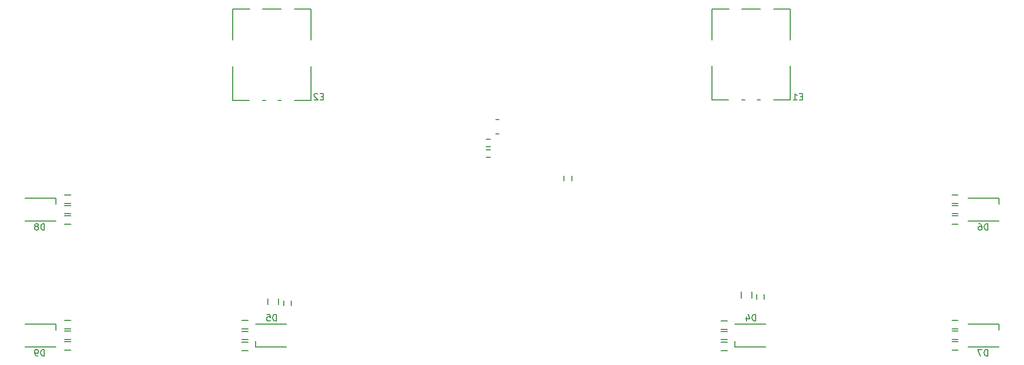
<source format=gbr>
G04 #@! TF.GenerationSoftware,KiCad,Pcbnew,5.0.2-bee76a0~70~ubuntu18.04.1*
G04 #@! TF.CreationDate,2019-04-15T14:09:08+02:00*
G04 #@! TF.ProjectId,top-board,746f702d-626f-4617-9264-2e6b69636164,rev?*
G04 #@! TF.SameCoordinates,PX47b3528PY2897428*
G04 #@! TF.FileFunction,Legend,Bot*
G04 #@! TF.FilePolarity,Positive*
%FSLAX46Y46*%
G04 Gerber Fmt 4.6, Leading zero omitted, Abs format (unit mm)*
G04 Created by KiCad (PCBNEW 5.0.2-bee76a0~70~ubuntu18.04.1) date Mon 15 Apr 2019 02:09:08 PM CEST*
%MOMM*%
%LPD*%
G01*
G04 APERTURE LIST*
%ADD10C,0.150000*%
G04 APERTURE END LIST*
D10*
G04 #@! TO.C,C17*
X120525700Y-44180000D02*
X120525700Y-44880000D01*
X121725700Y-44880000D02*
X121725700Y-44180000D01*
G04 #@! TO.C,C19*
X118053200Y-44712500D02*
X118053200Y-43712500D01*
X119753200Y-43712500D02*
X119753200Y-44712500D01*
G04 #@! TO.C,C18*
X45278200Y-45196000D02*
X45278200Y-45896000D01*
X46478200Y-45896000D02*
X46478200Y-45196000D01*
G04 #@! TO.C,C20*
X42805700Y-45792000D02*
X42805700Y-44792000D01*
X44505700Y-44792000D02*
X44505700Y-45792000D01*
G04 #@! TO.C,C10*
X91088100Y-25986400D02*
X91088100Y-25286400D01*
X89888100Y-25286400D02*
X89888100Y-25986400D01*
G04 #@! TO.C,C15*
X77501600Y-20648400D02*
X78201600Y-20648400D01*
X78201600Y-19448400D02*
X77501600Y-19448400D01*
G04 #@! TO.C,C16*
X77501600Y-22299400D02*
X78201600Y-22299400D01*
X78201600Y-21099400D02*
X77501600Y-21099400D01*
G04 #@! TO.C,D4*
X117046500Y-52506200D02*
X117046500Y-51606200D01*
X117046500Y-48906200D02*
X121946500Y-48906200D01*
X121946500Y-52506200D02*
X117046500Y-52506200D01*
G04 #@! TO.C,D6*
X159040000Y-28840200D02*
X159040000Y-29740200D01*
X159040000Y-32440200D02*
X154140000Y-32440200D01*
X154140000Y-28840200D02*
X159040000Y-28840200D01*
G04 #@! TO.C,D5*
X40833800Y-52506200D02*
X40833800Y-51606200D01*
X40833800Y-48906200D02*
X45733800Y-48906200D01*
X45733800Y-52506200D02*
X40833800Y-52506200D01*
G04 #@! TO.C,D7*
X159040000Y-48893500D02*
X159040000Y-49793500D01*
X159040000Y-52493500D02*
X154140000Y-52493500D01*
X154140000Y-48893500D02*
X159040000Y-48893500D01*
G04 #@! TO.C,D8*
X9053000Y-28840200D02*
X9053000Y-29740200D01*
X9053000Y-32440200D02*
X4153000Y-32440200D01*
X4153000Y-28840200D02*
X9053000Y-28840200D01*
G04 #@! TO.C,D9*
X9040300Y-48893500D02*
X9040300Y-49793500D01*
X9040300Y-52493500D02*
X4140300Y-52493500D01*
X4140300Y-48893500D02*
X9040300Y-48893500D01*
G04 #@! TO.C,E1*
X118623800Y-13165000D02*
X118123800Y-13165000D01*
X121123800Y-13165000D02*
X120623800Y-13165000D01*
X125873800Y1335000D02*
X123223800Y1335000D01*
X118123800Y1335000D02*
X121123800Y1335000D01*
X113373800Y-3565000D02*
X113373800Y1335000D01*
X113373800Y1335000D02*
X116123800Y1335000D01*
X116023800Y-13165000D02*
X113373800Y-13165000D01*
X113373800Y-13165000D02*
X113373800Y-7765000D01*
X125873800Y-13165000D02*
X123223800Y-13165000D01*
X125873800Y-13165000D02*
X125873800Y-7765000D01*
X125873800Y1335000D02*
X125873800Y-3565000D01*
G04 #@! TO.C,E2*
X42398400Y-13215800D02*
X41898400Y-13215800D01*
X44898400Y-13215800D02*
X44398400Y-13215800D01*
X49648400Y1284200D02*
X46998400Y1284200D01*
X41898400Y1284200D02*
X44898400Y1284200D01*
X37148400Y-3615800D02*
X37148400Y1284200D01*
X37148400Y1284200D02*
X39898400Y1284200D01*
X39798400Y-13215800D02*
X37148400Y-13215800D01*
X37148400Y-13215800D02*
X37148400Y-7815800D01*
X49648400Y-13215800D02*
X46998400Y-13215800D01*
X49648400Y-13215800D02*
X49648400Y-7815800D01*
X49648400Y1284200D02*
X49648400Y-3615800D01*
G04 #@! TO.C,R27*
X114842000Y-53083000D02*
X115842000Y-53083000D01*
X115842000Y-51733000D02*
X114842000Y-51733000D01*
G04 #@! TO.C,R33*
X151532300Y-32991600D02*
X152532300Y-32991600D01*
X152532300Y-31641600D02*
X151532300Y-31641600D01*
G04 #@! TO.C,R28*
X114842000Y-51381200D02*
X115842000Y-51381200D01*
X115842000Y-50031200D02*
X114842000Y-50031200D01*
G04 #@! TO.C,R34*
X151532300Y-31315200D02*
X152532300Y-31315200D01*
X152532300Y-29965200D02*
X151532300Y-29965200D01*
G04 #@! TO.C,R29*
X114842000Y-49704800D02*
X115842000Y-49704800D01*
X115842000Y-48354800D02*
X114842000Y-48354800D01*
G04 #@! TO.C,R35*
X151532300Y-29638800D02*
X152532300Y-29638800D01*
X152532300Y-28288800D02*
X151532300Y-28288800D01*
G04 #@! TO.C,R30*
X38616600Y-53083000D02*
X39616600Y-53083000D01*
X39616600Y-51733000D02*
X38616600Y-51733000D01*
G04 #@! TO.C,R36*
X151532300Y-53032200D02*
X152532300Y-53032200D01*
X152532300Y-51682200D02*
X151532300Y-51682200D01*
G04 #@! TO.C,R31*
X38616600Y-51381200D02*
X39616600Y-51381200D01*
X39616600Y-50031200D02*
X38616600Y-50031200D01*
G04 #@! TO.C,R37*
X151532300Y-51355800D02*
X152532300Y-51355800D01*
X152532300Y-50005800D02*
X151532300Y-50005800D01*
G04 #@! TO.C,R32*
X38616600Y-49679400D02*
X39616600Y-49679400D01*
X39616600Y-48329400D02*
X38616600Y-48329400D01*
G04 #@! TO.C,R38*
X151532300Y-49679400D02*
X152532300Y-49679400D01*
X152532300Y-48329400D02*
X151532300Y-48329400D01*
G04 #@! TO.C,R39*
X11460700Y-28288800D02*
X10460700Y-28288800D01*
X10460700Y-29638800D02*
X11460700Y-29638800D01*
G04 #@! TO.C,R40*
X11460700Y-29965200D02*
X10460700Y-29965200D01*
X10460700Y-31315200D02*
X11460700Y-31315200D01*
G04 #@! TO.C,R41*
X11460700Y-31641600D02*
X10460700Y-31641600D01*
X10460700Y-32991600D02*
X11460700Y-32991600D01*
G04 #@! TO.C,R42*
X11460700Y-48329400D02*
X10460700Y-48329400D01*
X10460700Y-49679400D02*
X11460700Y-49679400D01*
G04 #@! TO.C,R43*
X11460700Y-50005800D02*
X10460700Y-50005800D01*
X10460700Y-51355800D02*
X11460700Y-51355800D01*
G04 #@! TO.C,R44*
X11460700Y-51682200D02*
X10460700Y-51682200D01*
X10460700Y-53032200D02*
X11460700Y-53032200D01*
G04 #@! TO.C,RP1*
X78986600Y-16309900D02*
X79486600Y-16309900D01*
X78986600Y-18579900D02*
X79486600Y-18579900D01*
G04 #@! TO.C,D4*
X120334595Y-48358580D02*
X120334595Y-47358580D01*
X120096500Y-47358580D01*
X119953642Y-47406200D01*
X119858404Y-47501438D01*
X119810785Y-47596676D01*
X119763166Y-47787152D01*
X119763166Y-47930009D01*
X119810785Y-48120485D01*
X119858404Y-48215723D01*
X119953642Y-48310961D01*
X120096500Y-48358580D01*
X120334595Y-48358580D01*
X118906023Y-47691914D02*
X118906023Y-48358580D01*
X119144119Y-47310961D02*
X119382214Y-48025247D01*
X118763166Y-48025247D01*
G04 #@! TO.C,D6*
X157253495Y-33892580D02*
X157253495Y-32892580D01*
X157015400Y-32892580D01*
X156872542Y-32940200D01*
X156777304Y-33035438D01*
X156729685Y-33130676D01*
X156682066Y-33321152D01*
X156682066Y-33464009D01*
X156729685Y-33654485D01*
X156777304Y-33749723D01*
X156872542Y-33844961D01*
X157015400Y-33892580D01*
X157253495Y-33892580D01*
X155824923Y-32892580D02*
X156015400Y-32892580D01*
X156110638Y-32940200D01*
X156158257Y-32987819D01*
X156253495Y-33130676D01*
X156301114Y-33321152D01*
X156301114Y-33702104D01*
X156253495Y-33797342D01*
X156205876Y-33844961D01*
X156110638Y-33892580D01*
X155920161Y-33892580D01*
X155824923Y-33844961D01*
X155777304Y-33797342D01*
X155729685Y-33702104D01*
X155729685Y-33464009D01*
X155777304Y-33368771D01*
X155824923Y-33321152D01*
X155920161Y-33273533D01*
X156110638Y-33273533D01*
X156205876Y-33321152D01*
X156253495Y-33368771D01*
X156301114Y-33464009D01*
G04 #@! TO.C,D5*
X44121895Y-48358580D02*
X44121895Y-47358580D01*
X43883800Y-47358580D01*
X43740942Y-47406200D01*
X43645704Y-47501438D01*
X43598085Y-47596676D01*
X43550466Y-47787152D01*
X43550466Y-47930009D01*
X43598085Y-48120485D01*
X43645704Y-48215723D01*
X43740942Y-48310961D01*
X43883800Y-48358580D01*
X44121895Y-48358580D01*
X42645704Y-47358580D02*
X43121895Y-47358580D01*
X43169514Y-47834771D01*
X43121895Y-47787152D01*
X43026657Y-47739533D01*
X42788561Y-47739533D01*
X42693323Y-47787152D01*
X42645704Y-47834771D01*
X42598085Y-47930009D01*
X42598085Y-48168104D01*
X42645704Y-48263342D01*
X42693323Y-48310961D01*
X42788561Y-48358580D01*
X43026657Y-48358580D01*
X43121895Y-48310961D01*
X43169514Y-48263342D01*
G04 #@! TO.C,D7*
X157228095Y-53945880D02*
X157228095Y-52945880D01*
X156990000Y-52945880D01*
X156847142Y-52993500D01*
X156751904Y-53088738D01*
X156704285Y-53183976D01*
X156656666Y-53374452D01*
X156656666Y-53517309D01*
X156704285Y-53707785D01*
X156751904Y-53803023D01*
X156847142Y-53898261D01*
X156990000Y-53945880D01*
X157228095Y-53945880D01*
X156323333Y-52945880D02*
X155656666Y-52945880D01*
X156085238Y-53945880D01*
G04 #@! TO.C,D8*
X7241095Y-33892580D02*
X7241095Y-32892580D01*
X7003000Y-32892580D01*
X6860142Y-32940200D01*
X6764904Y-33035438D01*
X6717285Y-33130676D01*
X6669666Y-33321152D01*
X6669666Y-33464009D01*
X6717285Y-33654485D01*
X6764904Y-33749723D01*
X6860142Y-33844961D01*
X7003000Y-33892580D01*
X7241095Y-33892580D01*
X6098238Y-33321152D02*
X6193476Y-33273533D01*
X6241095Y-33225914D01*
X6288714Y-33130676D01*
X6288714Y-33083057D01*
X6241095Y-32987819D01*
X6193476Y-32940200D01*
X6098238Y-32892580D01*
X5907761Y-32892580D01*
X5812523Y-32940200D01*
X5764904Y-32987819D01*
X5717285Y-33083057D01*
X5717285Y-33130676D01*
X5764904Y-33225914D01*
X5812523Y-33273533D01*
X5907761Y-33321152D01*
X6098238Y-33321152D01*
X6193476Y-33368771D01*
X6241095Y-33416390D01*
X6288714Y-33511628D01*
X6288714Y-33702104D01*
X6241095Y-33797342D01*
X6193476Y-33844961D01*
X6098238Y-33892580D01*
X5907761Y-33892580D01*
X5812523Y-33844961D01*
X5764904Y-33797342D01*
X5717285Y-33702104D01*
X5717285Y-33511628D01*
X5764904Y-33416390D01*
X5812523Y-33368771D01*
X5907761Y-33321152D01*
G04 #@! TO.C,D9*
X7228395Y-53945880D02*
X7228395Y-52945880D01*
X6990300Y-52945880D01*
X6847442Y-52993500D01*
X6752204Y-53088738D01*
X6704585Y-53183976D01*
X6656966Y-53374452D01*
X6656966Y-53517309D01*
X6704585Y-53707785D01*
X6752204Y-53803023D01*
X6847442Y-53898261D01*
X6990300Y-53945880D01*
X7228395Y-53945880D01*
X6180776Y-53945880D02*
X5990300Y-53945880D01*
X5895061Y-53898261D01*
X5847442Y-53850642D01*
X5752204Y-53707785D01*
X5704585Y-53517309D01*
X5704585Y-53136357D01*
X5752204Y-53041119D01*
X5799823Y-52993500D01*
X5895061Y-52945880D01*
X6085538Y-52945880D01*
X6180776Y-52993500D01*
X6228395Y-53041119D01*
X6276014Y-53136357D01*
X6276014Y-53374452D01*
X6228395Y-53469690D01*
X6180776Y-53517309D01*
X6085538Y-53564928D01*
X5895061Y-53564928D01*
X5799823Y-53517309D01*
X5752204Y-53469690D01*
X5704585Y-53374452D01*
G04 #@! TO.C,E1*
X127767276Y-12636371D02*
X127433942Y-12636371D01*
X127291085Y-13160180D02*
X127767276Y-13160180D01*
X127767276Y-12160180D01*
X127291085Y-12160180D01*
X126338704Y-13160180D02*
X126910133Y-13160180D01*
X126624419Y-13160180D02*
X126624419Y-12160180D01*
X126719657Y-12303038D01*
X126814895Y-12398276D01*
X126910133Y-12445895D01*
G04 #@! TO.C,E2*
X51541876Y-12636371D02*
X51208542Y-12636371D01*
X51065685Y-13160180D02*
X51541876Y-13160180D01*
X51541876Y-12160180D01*
X51065685Y-12160180D01*
X50684733Y-12255419D02*
X50637114Y-12207800D01*
X50541876Y-12160180D01*
X50303780Y-12160180D01*
X50208542Y-12207800D01*
X50160923Y-12255419D01*
X50113304Y-12350657D01*
X50113304Y-12445895D01*
X50160923Y-12588752D01*
X50732352Y-13160180D01*
X50113304Y-13160180D01*
G04 #@! TD*
M02*

</source>
